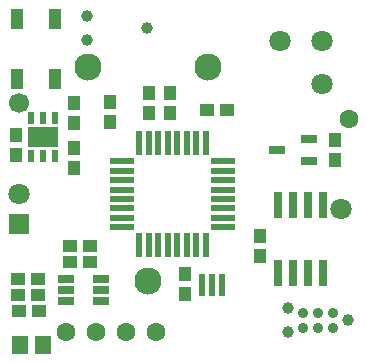
<source format=gts>
G04 DipTrace 3.0.0.1*
G04 Limbus-modelD-rev02.GTS*
%MOMM*%
G04 #@! TF.FileFunction,Soldermask,Top*
G04 #@! TF.Part,Single*
%AMOUTLINE1*
4,1,4,
-0.25033,0.94991,
0.24967,0.95009,
0.25033,-0.94991,
-0.24967,-0.95009,
-0.25033,0.94991,
0*%
%ADD30C,1.6*%
%ADD41R,2.0X0.6*%
%ADD48C,1.0*%
%ADD54R,1.1X1.8*%
%ADD56R,1.4X0.7*%
%ADD58R,0.7X2.3*%
%ADD62R,2.6X1.7*%
%ADD64R,0.6X1.1*%
%ADD67R,0.6X2.0*%
%ADD70R,1.35X0.75*%
%ADD72C,1.7*%
%ADD75C,0.8874*%
%ADD77R,1.4X1.6*%
%ADD79R,1.2X1.1*%
%ADD82R,1.1X1.2*%
%ADD84C,2.3*%
%ADD86C,1.8*%
%ADD88R,1.7X1.7*%
%ADD94OUTLINE1*%
%FSLAX35Y35*%
G04*
G71*
G90*
G75*
G01*
G04 TopMask*
%LPD*%
D88*
X1158763Y2174873D3*
D86*
X3880543Y2301873D3*
X1158763Y2428873D3*
D84*
X2757300Y3504100D3*
X1741300D3*
X2249300Y1694000D3*
D82*
X2565000Y1755000D3*
Y1585000D3*
X2435000Y3285000D3*
Y3115000D3*
X1127000Y2762123D3*
Y2932123D3*
D79*
X1585000Y1855000D3*
X1755000D3*
X2915000Y3145000D3*
X2745000D3*
D77*
X1355000Y1155000D3*
X1165000D3*
D75*
X3810170Y1428670D3*
Y1301670D3*
X3683170Y1428670D3*
Y1301670D3*
X3556170Y1428670D3*
Y1301670D3*
D48*
X3937170Y1365170D3*
X3429170Y1263570D3*
Y1466770D3*
X2237000Y3838500D3*
X1729000Y3940100D3*
Y3736900D3*
D30*
X2060000Y1265000D3*
X1550000D3*
X1805000D3*
X2315000D3*
D72*
X1158750Y3206627D3*
D30*
X3952750Y3063750D3*
D70*
X3610000Y2710000D3*
Y2900000D3*
X3340000Y2805000D3*
D82*
X1619140Y2650953D3*
Y2820953D3*
Y3206637D3*
Y3036637D3*
D79*
X1755000Y1995000D3*
X1585000D3*
D82*
X2260000Y3285000D3*
Y3115000D3*
X3195000Y2080000D3*
Y1910000D3*
D79*
X1325000Y1440000D3*
X1155000D3*
D82*
X1930000Y3215000D3*
Y3045000D3*
X3830000Y2720000D3*
Y2890000D3*
D79*
X1150000Y1575000D3*
X1320000D3*
X1150000Y1715000D3*
X1320000D3*
D67*
X2174750Y2000127D3*
X2254750D3*
X2334750D3*
X2414750D3*
X2494750D3*
X2574750D3*
X2654750D3*
X2734750D3*
D41*
X2884750Y2150127D3*
Y2230127D3*
Y2310127D3*
Y2390127D3*
Y2470127D3*
Y2550127D3*
Y2630127D3*
Y2710127D3*
D67*
X2734750Y2860127D3*
X2654750D3*
X2574750D3*
X2494750D3*
X2414750D3*
X2334750D3*
X2254750D3*
X2174750D3*
D41*
X2024750Y2710127D3*
Y2630127D3*
Y2550127D3*
Y2470127D3*
Y2390127D3*
Y2310127D3*
Y2230127D3*
Y2150127D3*
D64*
X1460373Y3079624D3*
X1360373Y3079627D3*
X1260373Y3079624D3*
Y2757874D3*
X1360373D3*
X1460373D3*
D62*
X1360373Y2918751D3*
D58*
X3349747Y1762080D3*
X3476747D3*
X3603747D3*
X3730747D3*
Y2342080D3*
X3603747D3*
X3476747D3*
X3349747D3*
D86*
X3725000Y3365000D3*
Y3725000D3*
X3365000D3*
D56*
X1550000Y1715000D3*
Y1620000D3*
Y1525000D3*
X1851753D3*
Y1620000D3*
Y1715000D3*
D54*
X1460000Y3915000D3*
X1140000D3*
Y3405000D3*
X1460000D3*
D94*
X2870000Y1660414D3*
X2705000Y1660357D3*
X2787500Y1660386D3*
M02*

</source>
